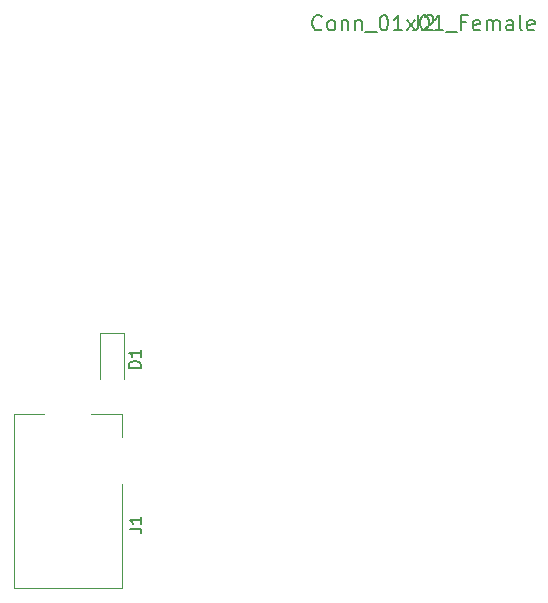
<source format=gbr>
G04 #@! TF.GenerationSoftware,KiCad,Pcbnew,5.0.0-fee4fd1~66~ubuntu16.04.1*
G04 #@! TF.CreationDate,2018-10-05T16:26:32+08:00*
G04 #@! TF.ProjectId,base-board,626173652D626F6172642E6B69636164,rev?*
G04 #@! TF.SameCoordinates,Original*
G04 #@! TF.FileFunction,Legend,Top*
G04 #@! TF.FilePolarity,Positive*
%FSLAX46Y46*%
G04 Gerber Fmt 4.6, Leading zero omitted, Abs format (unit mm)*
G04 Created by KiCad (PCBNEW 5.0.0-fee4fd1~66~ubuntu16.04.1) date Fri Oct  5 16:26:32 2018*
%MOMM*%
%LPD*%
G01*
G04 APERTURE LIST*
%ADD10C,0.120000*%
%ADD11C,0.150000*%
G04 APERTURE END LIST*
D10*
G04 #@! TO.C,D1*
X149848000Y-106128000D02*
X149848000Y-110028000D01*
X147848000Y-106128000D02*
X147848000Y-110028000D01*
X149848000Y-106128000D02*
X147848000Y-106128000D01*
G04 #@! TO.C,J1*
X149752000Y-118951000D02*
X149752000Y-127751000D01*
X149752000Y-127751000D02*
X140552000Y-127751000D01*
X147052000Y-113051000D02*
X149752000Y-113051000D01*
X149752000Y-113051000D02*
X149752000Y-114951000D01*
X140552000Y-127751000D02*
X140552000Y-113051000D01*
X140552000Y-113051000D02*
X143152000Y-113051000D01*
G04 #@! TO.C,D1*
D11*
X151300380Y-109116095D02*
X150300380Y-109116095D01*
X150300380Y-108878000D01*
X150348000Y-108735142D01*
X150443238Y-108639904D01*
X150538476Y-108592285D01*
X150728952Y-108544666D01*
X150871809Y-108544666D01*
X151062285Y-108592285D01*
X151157523Y-108639904D01*
X151252761Y-108735142D01*
X151300380Y-108878000D01*
X151300380Y-109116095D01*
X151300380Y-107592285D02*
X151300380Y-108163714D01*
X151300380Y-107878000D02*
X150300380Y-107878000D01*
X150443238Y-107973238D01*
X150538476Y-108068476D01*
X150586095Y-108163714D01*
G04 #@! TO.C,J2*
X174814666Y-79262523D02*
X174814666Y-80169666D01*
X174754190Y-80351095D01*
X174633238Y-80472047D01*
X174451809Y-80532523D01*
X174330857Y-80532523D01*
X175358952Y-79383476D02*
X175419428Y-79323000D01*
X175540380Y-79262523D01*
X175842761Y-79262523D01*
X175963714Y-79323000D01*
X176024190Y-79383476D01*
X176084666Y-79504428D01*
X176084666Y-79625380D01*
X176024190Y-79806809D01*
X175298476Y-80532523D01*
X176084666Y-80532523D01*
X166620142Y-80411571D02*
X166559666Y-80472047D01*
X166378238Y-80532523D01*
X166257285Y-80532523D01*
X166075857Y-80472047D01*
X165954904Y-80351095D01*
X165894428Y-80230142D01*
X165833952Y-79988238D01*
X165833952Y-79806809D01*
X165894428Y-79564904D01*
X165954904Y-79443952D01*
X166075857Y-79323000D01*
X166257285Y-79262523D01*
X166378238Y-79262523D01*
X166559666Y-79323000D01*
X166620142Y-79383476D01*
X167345857Y-80532523D02*
X167224904Y-80472047D01*
X167164428Y-80411571D01*
X167103952Y-80290619D01*
X167103952Y-79927761D01*
X167164428Y-79806809D01*
X167224904Y-79746333D01*
X167345857Y-79685857D01*
X167527285Y-79685857D01*
X167648238Y-79746333D01*
X167708714Y-79806809D01*
X167769190Y-79927761D01*
X167769190Y-80290619D01*
X167708714Y-80411571D01*
X167648238Y-80472047D01*
X167527285Y-80532523D01*
X167345857Y-80532523D01*
X168313476Y-79685857D02*
X168313476Y-80532523D01*
X168313476Y-79806809D02*
X168373952Y-79746333D01*
X168494904Y-79685857D01*
X168676333Y-79685857D01*
X168797285Y-79746333D01*
X168857761Y-79867285D01*
X168857761Y-80532523D01*
X169462523Y-79685857D02*
X169462523Y-80532523D01*
X169462523Y-79806809D02*
X169523000Y-79746333D01*
X169643952Y-79685857D01*
X169825380Y-79685857D01*
X169946333Y-79746333D01*
X170006809Y-79867285D01*
X170006809Y-80532523D01*
X170309190Y-80653476D02*
X171276809Y-80653476D01*
X171821095Y-79262523D02*
X171942047Y-79262523D01*
X172063000Y-79323000D01*
X172123476Y-79383476D01*
X172183952Y-79504428D01*
X172244428Y-79746333D01*
X172244428Y-80048714D01*
X172183952Y-80290619D01*
X172123476Y-80411571D01*
X172063000Y-80472047D01*
X171942047Y-80532523D01*
X171821095Y-80532523D01*
X171700142Y-80472047D01*
X171639666Y-80411571D01*
X171579190Y-80290619D01*
X171518714Y-80048714D01*
X171518714Y-79746333D01*
X171579190Y-79504428D01*
X171639666Y-79383476D01*
X171700142Y-79323000D01*
X171821095Y-79262523D01*
X173453952Y-80532523D02*
X172728238Y-80532523D01*
X173091095Y-80532523D02*
X173091095Y-79262523D01*
X172970142Y-79443952D01*
X172849190Y-79564904D01*
X172728238Y-79625380D01*
X173877285Y-80532523D02*
X174542523Y-79685857D01*
X173877285Y-79685857D02*
X174542523Y-80532523D01*
X175268238Y-79262523D02*
X175389190Y-79262523D01*
X175510142Y-79323000D01*
X175570619Y-79383476D01*
X175631095Y-79504428D01*
X175691571Y-79746333D01*
X175691571Y-80048714D01*
X175631095Y-80290619D01*
X175570619Y-80411571D01*
X175510142Y-80472047D01*
X175389190Y-80532523D01*
X175268238Y-80532523D01*
X175147285Y-80472047D01*
X175086809Y-80411571D01*
X175026333Y-80290619D01*
X174965857Y-80048714D01*
X174965857Y-79746333D01*
X175026333Y-79504428D01*
X175086809Y-79383476D01*
X175147285Y-79323000D01*
X175268238Y-79262523D01*
X176901095Y-80532523D02*
X176175380Y-80532523D01*
X176538238Y-80532523D02*
X176538238Y-79262523D01*
X176417285Y-79443952D01*
X176296333Y-79564904D01*
X176175380Y-79625380D01*
X177143000Y-80653476D02*
X178110619Y-80653476D01*
X178836333Y-79867285D02*
X178413000Y-79867285D01*
X178413000Y-80532523D02*
X178413000Y-79262523D01*
X179017761Y-79262523D01*
X179985380Y-80472047D02*
X179864428Y-80532523D01*
X179622523Y-80532523D01*
X179501571Y-80472047D01*
X179441095Y-80351095D01*
X179441095Y-79867285D01*
X179501571Y-79746333D01*
X179622523Y-79685857D01*
X179864428Y-79685857D01*
X179985380Y-79746333D01*
X180045857Y-79867285D01*
X180045857Y-79988238D01*
X179441095Y-80109190D01*
X180590142Y-80532523D02*
X180590142Y-79685857D01*
X180590142Y-79806809D02*
X180650619Y-79746333D01*
X180771571Y-79685857D01*
X180953000Y-79685857D01*
X181073952Y-79746333D01*
X181134428Y-79867285D01*
X181134428Y-80532523D01*
X181134428Y-79867285D02*
X181194904Y-79746333D01*
X181315857Y-79685857D01*
X181497285Y-79685857D01*
X181618238Y-79746333D01*
X181678714Y-79867285D01*
X181678714Y-80532523D01*
X182827761Y-80532523D02*
X182827761Y-79867285D01*
X182767285Y-79746333D01*
X182646333Y-79685857D01*
X182404428Y-79685857D01*
X182283476Y-79746333D01*
X182827761Y-80472047D02*
X182706809Y-80532523D01*
X182404428Y-80532523D01*
X182283476Y-80472047D01*
X182223000Y-80351095D01*
X182223000Y-80230142D01*
X182283476Y-80109190D01*
X182404428Y-80048714D01*
X182706809Y-80048714D01*
X182827761Y-79988238D01*
X183613952Y-80532523D02*
X183493000Y-80472047D01*
X183432523Y-80351095D01*
X183432523Y-79262523D01*
X184581571Y-80472047D02*
X184460619Y-80532523D01*
X184218714Y-80532523D01*
X184097761Y-80472047D01*
X184037285Y-80351095D01*
X184037285Y-79867285D01*
X184097761Y-79746333D01*
X184218714Y-79685857D01*
X184460619Y-79685857D01*
X184581571Y-79746333D01*
X184642047Y-79867285D01*
X184642047Y-79988238D01*
X184037285Y-80109190D01*
G04 #@! TO.C,J1*
X150354380Y-122734333D02*
X151068666Y-122734333D01*
X151211523Y-122781952D01*
X151306761Y-122877190D01*
X151354380Y-123020047D01*
X151354380Y-123115285D01*
X151354380Y-121734333D02*
X151354380Y-122305761D01*
X151354380Y-122020047D02*
X150354380Y-122020047D01*
X150497238Y-122115285D01*
X150592476Y-122210523D01*
X150640095Y-122305761D01*
G04 #@! TD*
M02*

</source>
